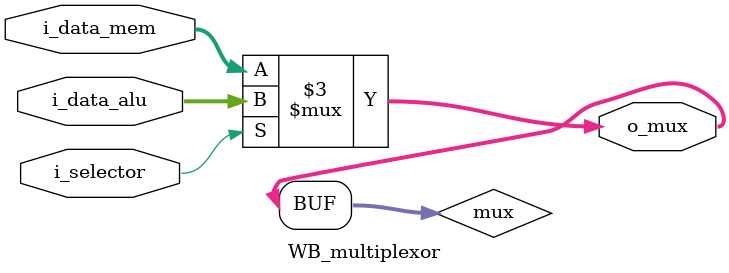
<source format=v>
`timescale 1ns / 1ps



module WB_multiplexor
#(
    parameter               NB_INST         =   32,         // Longitud de registro con signo
    parameter               NB_SELECTOR     =   2           // Longitud del selector
)
(
    // INPUTS   
    input   wire    [NB_INST-1:0]               i_data_alu,
    input   wire    [NB_INST-1:0]               i_data_mem,
    input   wire                                i_selector,
    output  wire    [NB_INST-1:0]               o_mux
);

    // INTERNAL
    reg         [NB_INST-1:0]               mux;

    always @(*) begin
      if(i_selector) begin               
            mux <= i_data_alu;
      end 
      else begin
            mux <= i_data_mem;
      end
    end


    // OUTPUT
    assign o_mux = mux;
endmodule
</source>
